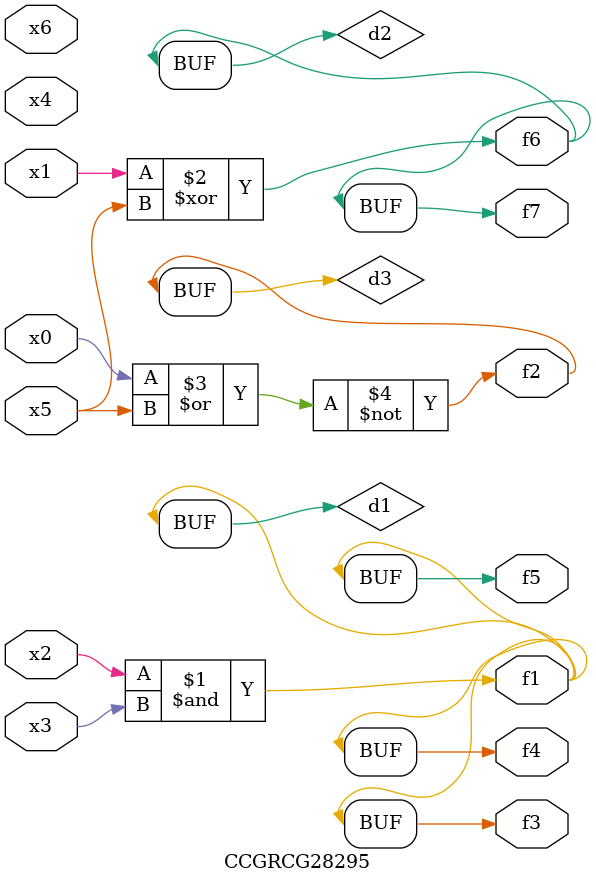
<source format=v>
module CCGRCG28295(
	input x0, x1, x2, x3, x4, x5, x6,
	output f1, f2, f3, f4, f5, f6, f7
);

	wire d1, d2, d3;

	and (d1, x2, x3);
	xor (d2, x1, x5);
	nor (d3, x0, x5);
	assign f1 = d1;
	assign f2 = d3;
	assign f3 = d1;
	assign f4 = d1;
	assign f5 = d1;
	assign f6 = d2;
	assign f7 = d2;
endmodule

</source>
